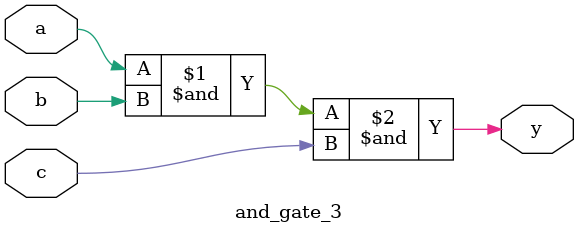
<source format=sv>
module and_gate_3 (
    input wire a,  // Input A
    input wire b,  // Input B
    input wire c,  // Input C
    output wire y  // Output Y
);
    assign y = a & b & c;  // AND operation
endmodule

</source>
